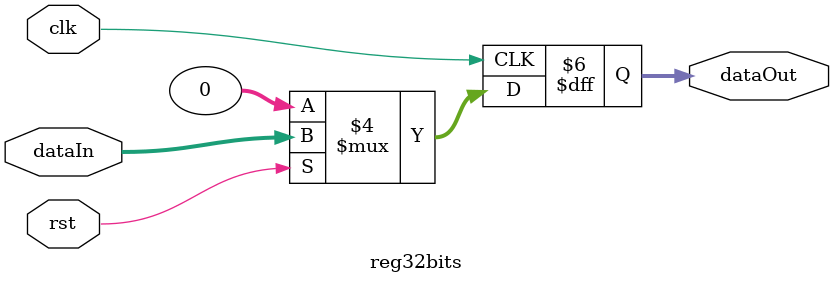
<source format=v>
module reg32bits(
	input clk,
	input rst,
	input[31:0] dataIn,
	output reg[31:0] dataOut
);

always @ (posedge clk) begin
	if(~rst)
		dataOut <= 0;
	else
		dataOut <= dataIn;
end

endmodule

</source>
